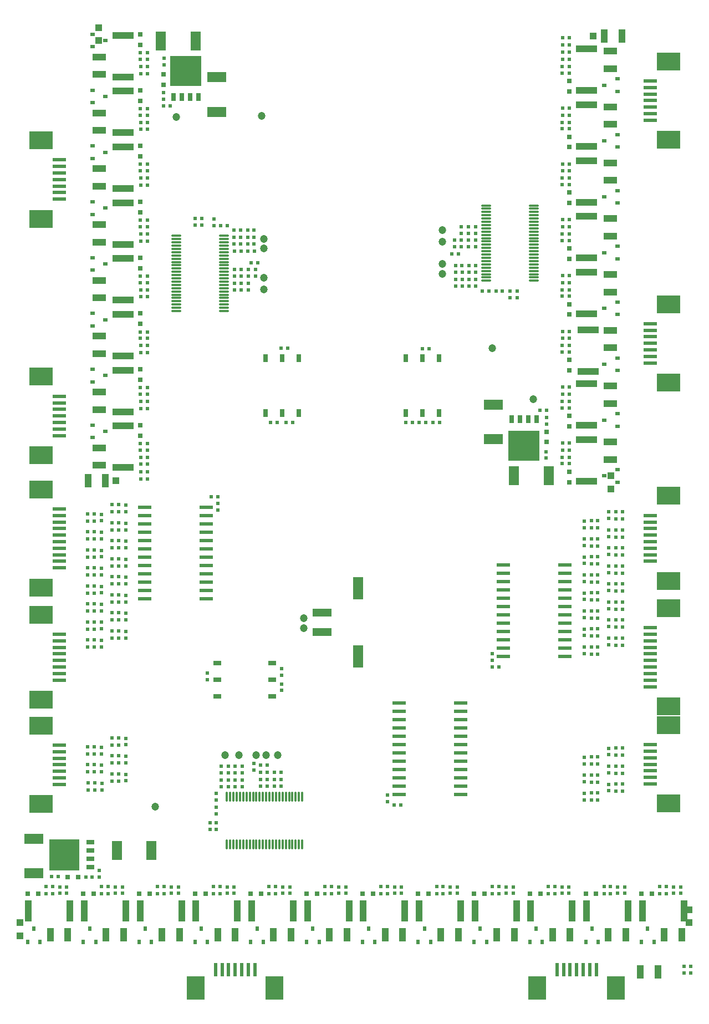
<source format=gtp>
G04*
G04 #@! TF.GenerationSoftware,Altium Limited,Altium Designer,22.0.2 (36)*
G04*
G04 Layer_Color=8421504*
%FSLAX25Y25*%
%MOIN*%
G70*
G04*
G04 #@! TF.SameCoordinates,0AB75E79-5423-4657-AEB5-33C9AD2D53C2*
G04*
G04*
G04 #@! TF.FilePolarity,Positive*
G04*
G01*
G75*
%ADD16R,0.04016X0.12520*%
%ADD17R,0.04488X0.07992*%
%ADD18R,0.07874X0.02402*%
%ADD19R,0.14173X0.10551*%
%ADD20R,0.03937X0.03937*%
%ADD21R,0.02992X0.05000*%
%ADD22C,0.04724*%
%ADD23O,0.06496X0.01181*%
%ADD24R,0.05000X0.02992*%
%ADD25R,0.11496X0.05000*%
%ADD26R,0.06496X0.13504*%
%ADD27R,0.02165X0.02165*%
%ADD28R,0.02165X0.02165*%
%ADD29R,0.03150X0.03150*%
%ADD30R,0.02362X0.02756*%
%ADD31R,0.07874X0.02362*%
%ADD32R,0.07992X0.04488*%
%ADD33O,0.01181X0.06496*%
%ADD34R,0.18110X0.18504*%
%ADD35R,0.04528X0.02756*%
%ADD36R,0.11811X0.05906*%
%ADD37R,0.05906X0.11811*%
%ADD38R,0.02402X0.07874*%
%ADD39R,0.10551X0.14173*%
%ADD40R,0.02756X0.02362*%
%ADD41R,0.03150X0.03150*%
%ADD42R,0.12520X0.04016*%
%ADD43R,0.02756X0.04528*%
%ADD44R,0.18504X0.18110*%
D16*
X68898Y64272D02*
D03*
X43898D02*
D03*
X35335Y64272D02*
D03*
X10335D02*
D03*
X77461D02*
D03*
X102461D02*
D03*
X236713D02*
D03*
X211713D02*
D03*
X203150D02*
D03*
X178150D02*
D03*
X169587D02*
D03*
X144587D02*
D03*
X370965D02*
D03*
X345965D02*
D03*
X303839D02*
D03*
X278839D02*
D03*
X337402D02*
D03*
X312402D02*
D03*
X379528D02*
D03*
X404528D02*
D03*
X270276D02*
D03*
X245276D02*
D03*
X136024D02*
D03*
X111024D02*
D03*
D17*
X67559Y49803D02*
D03*
X57047D02*
D03*
X33996D02*
D03*
X23484D02*
D03*
X356752Y590354D02*
D03*
X367264D02*
D03*
X56634Y322835D02*
D03*
X46122D02*
D03*
X90610Y49803D02*
D03*
X101122D02*
D03*
X124173D02*
D03*
X134685D02*
D03*
X157736D02*
D03*
X168248D02*
D03*
X191299D02*
D03*
X201811D02*
D03*
X224862D02*
D03*
X235374D02*
D03*
X258425D02*
D03*
X268937D02*
D03*
X291988D02*
D03*
X302500D02*
D03*
X325551D02*
D03*
X336063D02*
D03*
X359114D02*
D03*
X369626D02*
D03*
X392677D02*
D03*
X403189D02*
D03*
X388819Y27362D02*
D03*
X378307D02*
D03*
D18*
X384350Y290118D02*
D03*
Y286181D02*
D03*
Y294055D02*
D03*
Y282244D02*
D03*
Y278307D02*
D03*
Y274370D02*
D03*
Y297992D02*
D03*
Y301929D02*
D03*
X29035Y214764D02*
D03*
Y218701D02*
D03*
Y210827D02*
D03*
Y222638D02*
D03*
Y226575D02*
D03*
Y230512D02*
D03*
Y206890D02*
D03*
Y202953D02*
D03*
X384350Y214764D02*
D03*
Y210827D02*
D03*
Y218701D02*
D03*
Y206890D02*
D03*
Y202953D02*
D03*
Y199016D02*
D03*
Y222638D02*
D03*
Y226575D02*
D03*
Y230512D02*
D03*
Y234449D02*
D03*
X29035Y290118D02*
D03*
Y294055D02*
D03*
Y286181D02*
D03*
Y297992D02*
D03*
Y301929D02*
D03*
Y305866D02*
D03*
Y282244D02*
D03*
Y278307D02*
D03*
Y274370D02*
D03*
Y270433D02*
D03*
X29035Y140256D02*
D03*
Y163878D02*
D03*
Y159941D02*
D03*
Y156004D02*
D03*
Y144193D02*
D03*
Y152067D02*
D03*
Y148130D02*
D03*
X384350Y156260D02*
D03*
Y152323D02*
D03*
Y160197D02*
D03*
Y148386D02*
D03*
Y144449D02*
D03*
Y140512D02*
D03*
Y164134D02*
D03*
X29035Y357846D02*
D03*
Y361783D02*
D03*
Y353909D02*
D03*
Y365720D02*
D03*
Y369657D02*
D03*
Y373594D02*
D03*
Y349972D02*
D03*
X384350Y563216D02*
D03*
Y539594D02*
D03*
Y543532D02*
D03*
Y547469D02*
D03*
Y559279D02*
D03*
Y551405D02*
D03*
Y555342D02*
D03*
Y417252D02*
D03*
Y393630D02*
D03*
Y397567D02*
D03*
Y401504D02*
D03*
Y413315D02*
D03*
Y405441D02*
D03*
Y409378D02*
D03*
X29035Y492126D02*
D03*
Y515748D02*
D03*
Y511811D02*
D03*
Y507874D02*
D03*
Y496063D02*
D03*
Y503937D02*
D03*
Y500000D02*
D03*
D19*
X395374Y313701D02*
D03*
Y262598D02*
D03*
X18012Y191181D02*
D03*
Y242283D02*
D03*
X395374Y246220D02*
D03*
Y187244D02*
D03*
X18012Y258661D02*
D03*
Y317638D02*
D03*
Y175650D02*
D03*
X18012Y128484D02*
D03*
X395374Y175906D02*
D03*
Y128740D02*
D03*
X18012Y338201D02*
D03*
Y385366D02*
D03*
X395374Y527823D02*
D03*
Y574988D02*
D03*
Y381858D02*
D03*
Y429024D02*
D03*
X18012Y527520D02*
D03*
Y480354D02*
D03*
D20*
X350000Y582382D02*
D03*
Y590256D02*
D03*
X5413Y49311D02*
D03*
Y57185D02*
D03*
X407480Y64961D02*
D03*
Y57087D02*
D03*
X360677Y317886D02*
D03*
Y325760D02*
D03*
X52709Y595303D02*
D03*
Y587429D02*
D03*
X62992Y330709D02*
D03*
Y322835D02*
D03*
D21*
X152795Y363563D02*
D03*
X162795D02*
D03*
X172795Y363563D02*
D03*
X152795Y396555D02*
D03*
X162795D02*
D03*
X172795D02*
D03*
X257402Y396555D02*
D03*
X247402D02*
D03*
X237402D02*
D03*
X257402Y363563D02*
D03*
X247402D02*
D03*
X237402D02*
D03*
D22*
X86614Y126969D02*
D03*
X289370Y402559D02*
D03*
X150591Y542323D02*
D03*
X152067Y437845D02*
D03*
X160248Y157776D02*
D03*
X153211D02*
D03*
X147343D02*
D03*
X175787Y240158D02*
D03*
Y234252D02*
D03*
X128740Y157776D02*
D03*
X136811D02*
D03*
X259299Y447047D02*
D03*
Y453346D02*
D03*
Y473594D02*
D03*
X314024Y371823D02*
D03*
X259299Y466555D02*
D03*
X152067Y462500D02*
D03*
X99362Y541366D02*
D03*
X152067Y468307D02*
D03*
Y444882D02*
D03*
D23*
X99264Y470106D02*
D03*
Y468138D02*
D03*
Y466169D02*
D03*
Y464201D02*
D03*
Y462232D02*
D03*
Y460264D02*
D03*
Y458295D02*
D03*
Y456327D02*
D03*
Y454358D02*
D03*
Y452390D02*
D03*
Y450421D02*
D03*
Y448453D02*
D03*
Y446484D02*
D03*
Y444516D02*
D03*
Y442547D02*
D03*
Y440579D02*
D03*
Y438610D02*
D03*
Y436642D02*
D03*
Y434673D02*
D03*
Y432705D02*
D03*
Y430736D02*
D03*
Y428768D02*
D03*
Y426799D02*
D03*
Y424831D02*
D03*
X127807Y470106D02*
D03*
Y468138D02*
D03*
Y466169D02*
D03*
Y464201D02*
D03*
Y462232D02*
D03*
Y460264D02*
D03*
Y458295D02*
D03*
Y456327D02*
D03*
Y454358D02*
D03*
Y452390D02*
D03*
Y450421D02*
D03*
Y448453D02*
D03*
Y446484D02*
D03*
Y444516D02*
D03*
Y442547D02*
D03*
Y440579D02*
D03*
Y438610D02*
D03*
Y436642D02*
D03*
Y434673D02*
D03*
Y432705D02*
D03*
Y430736D02*
D03*
Y428768D02*
D03*
Y426799D02*
D03*
Y424831D02*
D03*
X285579Y488358D02*
D03*
Y486390D02*
D03*
Y484421D02*
D03*
Y482453D02*
D03*
Y480484D02*
D03*
Y478516D02*
D03*
Y476547D02*
D03*
Y474579D02*
D03*
Y472610D02*
D03*
Y470642D02*
D03*
Y468673D02*
D03*
Y466705D02*
D03*
Y464736D02*
D03*
Y462768D02*
D03*
Y460799D02*
D03*
Y458831D02*
D03*
Y456862D02*
D03*
Y454894D02*
D03*
Y452925D02*
D03*
Y450957D02*
D03*
Y448988D02*
D03*
Y447020D02*
D03*
Y445051D02*
D03*
Y443083D02*
D03*
X314122Y488358D02*
D03*
Y486390D02*
D03*
Y484421D02*
D03*
Y482453D02*
D03*
Y480484D02*
D03*
Y478516D02*
D03*
Y476547D02*
D03*
Y474579D02*
D03*
Y472610D02*
D03*
Y470642D02*
D03*
Y468673D02*
D03*
Y466705D02*
D03*
Y464736D02*
D03*
Y462768D02*
D03*
Y460799D02*
D03*
Y458831D02*
D03*
Y456862D02*
D03*
Y454894D02*
D03*
Y452925D02*
D03*
Y450957D02*
D03*
Y448988D02*
D03*
Y447020D02*
D03*
Y445051D02*
D03*
Y443083D02*
D03*
D24*
X123799Y213347D02*
D03*
X156791Y193347D02*
D03*
Y203346D02*
D03*
X156791Y213347D02*
D03*
X123799Y193347D02*
D03*
Y203346D02*
D03*
D25*
X187087Y231693D02*
D03*
Y243504D02*
D03*
D26*
X208661Y258090D02*
D03*
Y217106D02*
D03*
D27*
X245433Y357874D02*
D03*
X249370D02*
D03*
X119488Y113189D02*
D03*
X123425D02*
D03*
X257480Y357874D02*
D03*
X253543D02*
D03*
X169390Y357776D02*
D03*
X165453D02*
D03*
X162402Y402461D02*
D03*
X166339D02*
D03*
X28161Y84795D02*
D03*
X24224D02*
D03*
X48732Y84475D02*
D03*
X44795D02*
D03*
X20866Y74508D02*
D03*
X24803D02*
D03*
X20866Y78839D02*
D03*
X24803D02*
D03*
X50197Y136909D02*
D03*
X46260D02*
D03*
X234350Y127953D02*
D03*
X230413D02*
D03*
X367520Y162106D02*
D03*
X363583D02*
D03*
X363583Y157776D02*
D03*
X367520D02*
D03*
X352756Y135039D02*
D03*
X348819Y135039D02*
D03*
X367520Y151280D02*
D03*
X363583D02*
D03*
X363583Y146949D02*
D03*
X367520D02*
D03*
X363583Y136122D02*
D03*
X367520D02*
D03*
X367520Y140453D02*
D03*
X363583D02*
D03*
X352756Y145866D02*
D03*
X348819D02*
D03*
X348819Y141535D02*
D03*
X352756D02*
D03*
X348819Y152362D02*
D03*
X352756D02*
D03*
X352756Y156693D02*
D03*
X348819D02*
D03*
X348819Y130709D02*
D03*
X352756D02*
D03*
X50197Y141240D02*
D03*
X46260D02*
D03*
X45866Y147736D02*
D03*
X49803D02*
D03*
X49803Y152067D02*
D03*
X45866D02*
D03*
X45866Y158563D02*
D03*
X49803D02*
D03*
X49803Y162894D02*
D03*
X45866D02*
D03*
X60630Y153150D02*
D03*
X64567D02*
D03*
X64567Y157480D02*
D03*
X60630D02*
D03*
X60630Y163976D02*
D03*
X64567D02*
D03*
X64567Y168307D02*
D03*
X60630D02*
D03*
X64567Y146653D02*
D03*
X60630D02*
D03*
X60630Y142323D02*
D03*
X64567D02*
D03*
X64567Y265059D02*
D03*
X60630D02*
D03*
X60630Y249902D02*
D03*
X64567D02*
D03*
X45866Y259646D02*
D03*
X49803D02*
D03*
X49803Y222835D02*
D03*
X45866D02*
D03*
X45866Y227165D02*
D03*
X49803D02*
D03*
X45866Y237992D02*
D03*
X49803D02*
D03*
X49803Y233661D02*
D03*
X45866D02*
D03*
X45866Y248819D02*
D03*
X49803D02*
D03*
X49803Y244488D02*
D03*
X45866D02*
D03*
X60630Y228248D02*
D03*
X64567D02*
D03*
X60630Y239075D02*
D03*
X64567D02*
D03*
X64567Y232579D02*
D03*
X60630D02*
D03*
X64567Y243406D02*
D03*
X60630D02*
D03*
X45866Y281299D02*
D03*
X49803D02*
D03*
X45866Y292126D02*
D03*
X49803D02*
D03*
X49803Y287795D02*
D03*
X45866D02*
D03*
X49803Y298622D02*
D03*
X45866D02*
D03*
X60630Y304035D02*
D03*
X64567D02*
D03*
X45866Y302953D02*
D03*
X49803D02*
D03*
X64567Y297539D02*
D03*
X60630D02*
D03*
X64567Y308366D02*
D03*
X60630D02*
D03*
X60630Y282382D02*
D03*
X64567D02*
D03*
X64567Y286713D02*
D03*
X60630D02*
D03*
X45866Y270473D02*
D03*
X49803D02*
D03*
X49803Y266142D02*
D03*
X45866D02*
D03*
X49803Y276969D02*
D03*
X45866D02*
D03*
X60630Y271555D02*
D03*
X64567D02*
D03*
X64567Y275886D02*
D03*
X60630D02*
D03*
X60630Y293209D02*
D03*
X64567D02*
D03*
X64567Y254232D02*
D03*
X60630D02*
D03*
X60630Y260728D02*
D03*
X64567D02*
D03*
X49803Y255315D02*
D03*
X45866D02*
D03*
X123425Y117323D02*
D03*
X119488D02*
D03*
X162216Y139098D02*
D03*
X158280D02*
D03*
X158280Y147563D02*
D03*
X162216D02*
D03*
X150110D02*
D03*
X154047D02*
D03*
X150110Y151795D02*
D03*
X154047D02*
D03*
X162216Y143331D02*
D03*
X158280D02*
D03*
X150110D02*
D03*
X154047D02*
D03*
X150110Y139098D02*
D03*
X154047D02*
D03*
X54429Y74508D02*
D03*
X58366D02*
D03*
X54429Y78740D02*
D03*
X58366D02*
D03*
X155118Y74508D02*
D03*
X159055D02*
D03*
X155118Y78839D02*
D03*
X159055D02*
D03*
X121555Y74508D02*
D03*
X125492D02*
D03*
X87992Y78839D02*
D03*
X91929D02*
D03*
X121555D02*
D03*
X125492D02*
D03*
X87992Y74508D02*
D03*
X91929D02*
D03*
X393996Y78839D02*
D03*
X390059D02*
D03*
X356496D02*
D03*
X360433D02*
D03*
X393996Y74508D02*
D03*
X390059D02*
D03*
X408563Y26870D02*
D03*
X404626D02*
D03*
Y31004D02*
D03*
X408563D02*
D03*
X255807Y74508D02*
D03*
X259744D02*
D03*
X255807Y78839D02*
D03*
X259744D02*
D03*
X222244D02*
D03*
X226181D02*
D03*
X222244Y74508D02*
D03*
X226181D02*
D03*
X188681Y78839D02*
D03*
X192618D02*
D03*
X188681Y74508D02*
D03*
X192618D02*
D03*
X289370Y78839D02*
D03*
X293307D02*
D03*
X322933D02*
D03*
X326870D02*
D03*
X322933Y74508D02*
D03*
X326870D02*
D03*
X356496D02*
D03*
X360433D02*
D03*
X289370D02*
D03*
X293307D02*
D03*
X124213Y313189D02*
D03*
X120276D02*
D03*
X289222Y210876D02*
D03*
X293160D02*
D03*
X348819Y218602D02*
D03*
X352756D02*
D03*
X352756Y222933D02*
D03*
X348819D02*
D03*
X363583Y224016D02*
D03*
X367520D02*
D03*
X367520Y228346D02*
D03*
X363583D02*
D03*
X348819Y229429D02*
D03*
X352756D02*
D03*
X352756Y233760D02*
D03*
X348819D02*
D03*
X363583Y234842D02*
D03*
X367520D02*
D03*
X367520Y239173D02*
D03*
X363583D02*
D03*
X348819Y240256D02*
D03*
X352756D02*
D03*
X352756Y244587D02*
D03*
X348819D02*
D03*
X363583Y245669D02*
D03*
X367520D02*
D03*
X367520Y250000D02*
D03*
X363583D02*
D03*
X348819Y251083D02*
D03*
X352756D02*
D03*
X352756Y255413D02*
D03*
X348819D02*
D03*
X363583Y256496D02*
D03*
X367520D02*
D03*
X367520Y260827D02*
D03*
X363583D02*
D03*
X348819Y261910D02*
D03*
X352756D02*
D03*
X352756Y266240D02*
D03*
X348819D02*
D03*
X363583Y267323D02*
D03*
X367520D02*
D03*
X367520Y271654D02*
D03*
X363583D02*
D03*
X348819Y272736D02*
D03*
X352756D02*
D03*
X352756Y277067D02*
D03*
X348819D02*
D03*
X363583Y278150D02*
D03*
X367520D02*
D03*
X367520Y282480D02*
D03*
X363583D02*
D03*
X348819Y283563D02*
D03*
X352756D02*
D03*
X352756Y287894D02*
D03*
X348819D02*
D03*
X363583Y288976D02*
D03*
X367520D02*
D03*
X367520Y293307D02*
D03*
X363583D02*
D03*
X348819Y294390D02*
D03*
X352756D02*
D03*
X352756Y298721D02*
D03*
X348819D02*
D03*
X363583Y299803D02*
D03*
X367520D02*
D03*
X367520Y304134D02*
D03*
X363583D02*
D03*
X295421Y436882D02*
D03*
X291484D02*
D03*
X251181Y402165D02*
D03*
X247244D02*
D03*
X331594Y441988D02*
D03*
X335531D02*
D03*
X331594Y446220D02*
D03*
X335531D02*
D03*
X331594Y408425D02*
D03*
X335531D02*
D03*
X331594Y379094D02*
D03*
X335531D02*
D03*
X331594Y412657D02*
D03*
X335531D02*
D03*
X287350Y436882D02*
D03*
X283413D02*
D03*
X331594Y475551D02*
D03*
X335531D02*
D03*
X331594Y479783D02*
D03*
X335531D02*
D03*
X271209Y443870D02*
D03*
X267272D02*
D03*
X275342D02*
D03*
X279279D02*
D03*
X275342Y439736D02*
D03*
X279279D02*
D03*
X267173Y452335D02*
D03*
X271110D02*
D03*
X275244D02*
D03*
X279181D02*
D03*
X271209Y439736D02*
D03*
X267272D02*
D03*
X269043Y459224D02*
D03*
X265106D02*
D03*
X275342Y448102D02*
D03*
X279279D02*
D03*
X271209D02*
D03*
X267272D02*
D03*
X331594Y345531D02*
D03*
X335531D02*
D03*
X331594Y341299D02*
D03*
X335531D02*
D03*
X321799Y365031D02*
D03*
X317862D02*
D03*
X331594Y374862D02*
D03*
X335531D02*
D03*
X237303Y357874D02*
D03*
X241240D02*
D03*
X331594Y584941D02*
D03*
X335531D02*
D03*
X331594Y576240D02*
D03*
X335531D02*
D03*
X331594Y580472D02*
D03*
X335531D02*
D03*
X331594Y509114D02*
D03*
X335531D02*
D03*
X331594Y513346D02*
D03*
X335531D02*
D03*
X331594Y546909D02*
D03*
X335531D02*
D03*
X331594Y542677D02*
D03*
X335531D02*
D03*
X331594Y589272D02*
D03*
X335531D02*
D03*
X95524Y548158D02*
D03*
X91587D02*
D03*
X144343Y453965D02*
D03*
X148280D02*
D03*
X146114Y473453D02*
D03*
X142177D02*
D03*
X129973Y476307D02*
D03*
X126035D02*
D03*
X146114Y469319D02*
D03*
X142177D02*
D03*
X146114Y465087D02*
D03*
X142177D02*
D03*
X134106Y473453D02*
D03*
X138043D02*
D03*
X134106Y469319D02*
D03*
X138043D02*
D03*
X134106Y465087D02*
D03*
X138043D02*
D03*
X134205Y460854D02*
D03*
X138142D02*
D03*
X142276D02*
D03*
X146213D02*
D03*
X77854Y328248D02*
D03*
X81791D02*
D03*
Y323917D02*
D03*
X77854D02*
D03*
X77854Y332717D02*
D03*
X81791D02*
D03*
X77854Y336949D02*
D03*
X81791D02*
D03*
X77854Y366280D02*
D03*
X81791D02*
D03*
X77854Y370512D02*
D03*
X81791D02*
D03*
X77854Y399843D02*
D03*
X81791D02*
D03*
X77854Y404075D02*
D03*
X81791D02*
D03*
X77854Y433406D02*
D03*
X81791D02*
D03*
X77854Y437638D02*
D03*
X81791D02*
D03*
X77854Y466968D02*
D03*
X81791D02*
D03*
X77854Y471201D02*
D03*
X81791D02*
D03*
X77854Y500531D02*
D03*
X81791D02*
D03*
X77854Y504764D02*
D03*
X81791D02*
D03*
X77854Y534094D02*
D03*
X81791D02*
D03*
X77854Y538327D02*
D03*
X81791D02*
D03*
X77854Y567658D02*
D03*
X81791D02*
D03*
X77854Y571890D02*
D03*
X81791D02*
D03*
X156102Y357776D02*
D03*
X160039D02*
D03*
D28*
X162697Y209941D02*
D03*
Y206004D02*
D03*
X52866Y84500D02*
D03*
Y88437D02*
D03*
X33366Y78642D02*
D03*
Y74705D02*
D03*
X29134Y78642D02*
D03*
Y74705D02*
D03*
X226181Y133858D02*
D03*
Y129921D02*
D03*
X359252Y158071D02*
D03*
Y162008D02*
D03*
Y136417D02*
D03*
Y140354D02*
D03*
Y147244D02*
D03*
Y151181D02*
D03*
X344488Y141831D02*
D03*
Y145768D02*
D03*
Y152657D02*
D03*
Y156595D02*
D03*
Y131004D02*
D03*
Y134941D02*
D03*
X54528Y140945D02*
D03*
Y137008D02*
D03*
X54134Y151772D02*
D03*
Y147835D02*
D03*
Y162599D02*
D03*
Y158661D02*
D03*
X68898Y157185D02*
D03*
Y153248D02*
D03*
Y168012D02*
D03*
Y164075D02*
D03*
Y146358D02*
D03*
Y142421D02*
D03*
Y264764D02*
D03*
Y260827D02*
D03*
X54134Y233760D02*
D03*
Y237697D02*
D03*
Y244587D02*
D03*
Y248524D02*
D03*
Y222933D02*
D03*
Y226870D02*
D03*
X68898Y243110D02*
D03*
Y239173D02*
D03*
Y253937D02*
D03*
Y250000D02*
D03*
Y232283D02*
D03*
Y228346D02*
D03*
X54134Y298721D02*
D03*
Y302658D02*
D03*
X124213Y309055D02*
D03*
Y305118D02*
D03*
X68898Y297244D02*
D03*
Y293307D02*
D03*
Y308071D02*
D03*
Y304134D02*
D03*
X54134Y266240D02*
D03*
Y270177D02*
D03*
Y277067D02*
D03*
Y281004D02*
D03*
Y287894D02*
D03*
Y291831D02*
D03*
X68898Y286417D02*
D03*
Y282480D02*
D03*
Y275591D02*
D03*
Y271654D02*
D03*
X54134Y255413D02*
D03*
Y259350D02*
D03*
X134756Y147169D02*
D03*
Y151106D02*
D03*
X126291Y147169D02*
D03*
Y151106D02*
D03*
X130524Y147169D02*
D03*
Y151106D02*
D03*
X123437Y122661D02*
D03*
Y126598D02*
D03*
X134756Y142937D02*
D03*
Y139000D02*
D03*
X162697Y196752D02*
D03*
Y200689D02*
D03*
X145878Y152779D02*
D03*
Y148843D02*
D03*
X130524Y142937D02*
D03*
Y139000D02*
D03*
X138988Y151106D02*
D03*
Y147169D02*
D03*
Y139000D02*
D03*
Y142937D02*
D03*
X123437Y130831D02*
D03*
Y134768D02*
D03*
X126291Y142937D02*
D03*
Y139000D02*
D03*
X118012Y207283D02*
D03*
Y203346D02*
D03*
X62697Y78642D02*
D03*
Y74705D02*
D03*
X96260Y78642D02*
D03*
Y74705D02*
D03*
X66929Y78642D02*
D03*
Y74705D02*
D03*
X134055Y78642D02*
D03*
Y74705D02*
D03*
X129823Y78642D02*
D03*
Y74705D02*
D03*
X100492Y78642D02*
D03*
Y74705D02*
D03*
X398327Y74705D02*
D03*
Y78642D02*
D03*
X402559Y74705D02*
D03*
Y78642D02*
D03*
X368996D02*
D03*
Y74705D02*
D03*
X364764Y78642D02*
D03*
Y74705D02*
D03*
X301870Y78642D02*
D03*
Y74705D02*
D03*
X268307Y78642D02*
D03*
Y74705D02*
D03*
X297638Y78642D02*
D03*
Y74705D02*
D03*
X163386Y78642D02*
D03*
Y74705D02*
D03*
X167618Y78642D02*
D03*
Y74705D02*
D03*
X264075Y78642D02*
D03*
Y74705D02*
D03*
X234744Y78642D02*
D03*
Y74705D02*
D03*
X230512Y78642D02*
D03*
Y74705D02*
D03*
X196949Y78642D02*
D03*
Y74705D02*
D03*
X201181Y78642D02*
D03*
Y74705D02*
D03*
X331201Y78642D02*
D03*
Y74705D02*
D03*
X335433Y78642D02*
D03*
Y74705D02*
D03*
X344488Y218898D02*
D03*
Y222835D02*
D03*
X359252Y224311D02*
D03*
Y228248D02*
D03*
X344488Y229724D02*
D03*
Y233661D02*
D03*
X359252Y235138D02*
D03*
Y239075D02*
D03*
X344488Y240551D02*
D03*
Y244488D02*
D03*
X359252Y245965D02*
D03*
Y249902D02*
D03*
X344488Y251378D02*
D03*
Y255315D02*
D03*
X359252Y256791D02*
D03*
Y260728D02*
D03*
X344488Y262205D02*
D03*
Y266142D02*
D03*
X359252Y267618D02*
D03*
Y271555D02*
D03*
X344488Y273031D02*
D03*
Y276969D02*
D03*
X359252Y278445D02*
D03*
Y282382D02*
D03*
X344488Y283858D02*
D03*
Y287795D02*
D03*
X359252Y289272D02*
D03*
Y293209D02*
D03*
X344488Y294685D02*
D03*
Y298622D02*
D03*
X359252Y300098D02*
D03*
Y304035D02*
D03*
X331398Y433720D02*
D03*
Y437657D02*
D03*
X335728Y433720D02*
D03*
Y437657D02*
D03*
X331398Y467283D02*
D03*
Y471220D02*
D03*
X335728Y467283D02*
D03*
Y471220D02*
D03*
X331398Y400157D02*
D03*
Y404095D02*
D03*
X335728Y400157D02*
D03*
Y404095D02*
D03*
X274949Y475563D02*
D03*
Y471626D02*
D03*
X279181Y475563D02*
D03*
Y471626D02*
D03*
X270717Y471626D02*
D03*
Y475563D02*
D03*
X274949Y463457D02*
D03*
Y467394D02*
D03*
X279181Y463457D02*
D03*
Y467394D02*
D03*
X270717D02*
D03*
Y463457D02*
D03*
X289222Y215010D02*
D03*
Y218947D02*
D03*
X335728Y333031D02*
D03*
Y336968D02*
D03*
X331398Y333031D02*
D03*
Y336968D02*
D03*
X335728Y366594D02*
D03*
Y370532D02*
D03*
X331398Y366594D02*
D03*
Y370532D02*
D03*
X321504Y340327D02*
D03*
Y336390D02*
D03*
X321823Y360898D02*
D03*
Y356961D02*
D03*
X266484Y467394D02*
D03*
Y463457D02*
D03*
X304134Y436713D02*
D03*
Y432776D02*
D03*
X299902Y436713D02*
D03*
Y432776D02*
D03*
X331398Y567972D02*
D03*
Y571909D02*
D03*
X335728Y567972D02*
D03*
Y571909D02*
D03*
X331398Y500846D02*
D03*
Y504783D02*
D03*
X335728Y500846D02*
D03*
Y504783D02*
D03*
X331398Y534409D02*
D03*
Y538346D02*
D03*
X335728Y534409D02*
D03*
Y538346D02*
D03*
X91561Y556228D02*
D03*
Y552291D02*
D03*
X91882Y576799D02*
D03*
Y572862D02*
D03*
X121850Y476279D02*
D03*
Y480217D02*
D03*
X142669Y437626D02*
D03*
Y441563D02*
D03*
Y449732D02*
D03*
Y445795D02*
D03*
X146902Y449732D02*
D03*
Y445795D02*
D03*
X138437Y441563D02*
D03*
Y437626D02*
D03*
X134205Y441563D02*
D03*
Y437626D02*
D03*
Y445795D02*
D03*
Y449732D02*
D03*
X138437Y445795D02*
D03*
Y449732D02*
D03*
X77658Y341280D02*
D03*
Y345217D02*
D03*
X81988Y341280D02*
D03*
Y345216D02*
D03*
X77658Y374843D02*
D03*
Y378780D02*
D03*
X81988Y374843D02*
D03*
Y378780D02*
D03*
X77658Y408405D02*
D03*
Y412343D02*
D03*
X81988Y408405D02*
D03*
Y412343D02*
D03*
X77658Y441968D02*
D03*
Y445906D02*
D03*
X81988Y441968D02*
D03*
Y445905D02*
D03*
X77658Y475531D02*
D03*
Y479468D02*
D03*
X81988Y475531D02*
D03*
Y479468D02*
D03*
X77658Y509094D02*
D03*
Y513031D02*
D03*
X81988Y509094D02*
D03*
Y513031D02*
D03*
X77658Y542658D02*
D03*
Y546594D02*
D03*
X81988Y542658D02*
D03*
Y546594D02*
D03*
X77658Y576221D02*
D03*
Y580158D02*
D03*
X81988Y576221D02*
D03*
Y580158D02*
D03*
X114764Y476476D02*
D03*
Y480413D02*
D03*
X110531Y476476D02*
D03*
X110531Y480413D02*
D03*
D29*
X40169Y84402D02*
D03*
X33870D02*
D03*
X16142Y74508D02*
D03*
X9843D02*
D03*
X379035Y74508D02*
D03*
X385335D02*
D03*
X217520D02*
D03*
X211220D02*
D03*
X318209D02*
D03*
X311910D02*
D03*
X284646D02*
D03*
X278346D02*
D03*
X351772D02*
D03*
X345472D02*
D03*
X251083D02*
D03*
X244783D02*
D03*
X150394D02*
D03*
X144095D02*
D03*
X83268D02*
D03*
X76968D02*
D03*
X116831D02*
D03*
X110531D02*
D03*
X183957D02*
D03*
X177657D02*
D03*
X49705Y74508D02*
D03*
X43406D02*
D03*
D30*
X13583Y53543D02*
D03*
X17323Y45669D02*
D03*
X9843D02*
D03*
X47146Y53543D02*
D03*
X50886Y45669D02*
D03*
X43406D02*
D03*
X110531Y45669D02*
D03*
X118012D02*
D03*
X114272Y53543D02*
D03*
X144094Y45669D02*
D03*
X151575D02*
D03*
X147835Y53543D02*
D03*
X76968Y45669D02*
D03*
X84449D02*
D03*
X80709Y53543D02*
D03*
X211220Y45669D02*
D03*
X218701D02*
D03*
X214961Y53543D02*
D03*
X311909Y45669D02*
D03*
X319390D02*
D03*
X315650Y53543D02*
D03*
X244783Y45669D02*
D03*
X252264D02*
D03*
X248524Y53543D02*
D03*
X382776D02*
D03*
X386516Y45669D02*
D03*
X379035D02*
D03*
X345472D02*
D03*
X352953D02*
D03*
X349213Y53543D02*
D03*
X177657Y45669D02*
D03*
X185138D02*
D03*
X181398Y53543D02*
D03*
X278346Y45669D02*
D03*
X285827D02*
D03*
X282087Y53543D02*
D03*
D31*
X233169Y189311D02*
D03*
X233169Y184311D02*
D03*
X233169Y179311D02*
D03*
Y174311D02*
D03*
Y169311D02*
D03*
X233169Y164311D02*
D03*
Y159311D02*
D03*
X233169Y154311D02*
D03*
X233169Y149311D02*
D03*
X233169Y144311D02*
D03*
X233169Y139311D02*
D03*
Y134311D02*
D03*
X270177Y189311D02*
D03*
Y184311D02*
D03*
Y179311D02*
D03*
Y174311D02*
D03*
X270177Y169311D02*
D03*
X270177Y164311D02*
D03*
Y159311D02*
D03*
Y154311D02*
D03*
Y149311D02*
D03*
Y144311D02*
D03*
Y139311D02*
D03*
Y134311D02*
D03*
X296112Y272136D02*
D03*
Y267136D02*
D03*
Y262136D02*
D03*
Y257136D02*
D03*
Y252136D02*
D03*
Y247136D02*
D03*
Y242136D02*
D03*
Y237136D02*
D03*
Y232136D02*
D03*
Y227136D02*
D03*
Y222136D02*
D03*
Y217136D02*
D03*
X333120Y272136D02*
D03*
Y267136D02*
D03*
Y262136D02*
D03*
Y257136D02*
D03*
Y252136D02*
D03*
Y247136D02*
D03*
Y242136D02*
D03*
Y237136D02*
D03*
Y232136D02*
D03*
Y227136D02*
D03*
Y222136D02*
D03*
Y217136D02*
D03*
X80315Y306929D02*
D03*
Y301929D02*
D03*
Y296929D02*
D03*
Y291929D02*
D03*
Y286929D02*
D03*
Y281929D02*
D03*
Y276929D02*
D03*
Y271929D02*
D03*
Y266929D02*
D03*
Y261929D02*
D03*
Y256929D02*
D03*
Y251929D02*
D03*
X117323Y306929D02*
D03*
Y301929D02*
D03*
Y296929D02*
D03*
Y291929D02*
D03*
Y286929D02*
D03*
Y281929D02*
D03*
Y276929D02*
D03*
Y271929D02*
D03*
Y266929D02*
D03*
Y261929D02*
D03*
Y256929D02*
D03*
Y251929D02*
D03*
D32*
X360433Y335650D02*
D03*
Y346161D02*
D03*
Y369213D02*
D03*
Y379724D02*
D03*
Y402776D02*
D03*
Y413287D02*
D03*
Y436339D02*
D03*
Y446850D02*
D03*
Y469902D02*
D03*
Y480413D02*
D03*
Y503465D02*
D03*
Y513976D02*
D03*
Y537028D02*
D03*
Y547539D02*
D03*
Y570590D02*
D03*
Y581102D02*
D03*
X52953Y577539D02*
D03*
Y567028D02*
D03*
Y543976D02*
D03*
Y533465D02*
D03*
Y510413D02*
D03*
Y499902D02*
D03*
Y476850D02*
D03*
Y466339D02*
D03*
Y443287D02*
D03*
Y432776D02*
D03*
Y409724D02*
D03*
Y399213D02*
D03*
Y376161D02*
D03*
Y365650D02*
D03*
Y342598D02*
D03*
Y332087D02*
D03*
D33*
X129736Y104157D02*
D03*
X131705D02*
D03*
X133673D02*
D03*
X135642D02*
D03*
X137610D02*
D03*
X139579D02*
D03*
X141547D02*
D03*
X143516D02*
D03*
X145484D02*
D03*
X147453D02*
D03*
X149421D02*
D03*
X151390D02*
D03*
X153358D02*
D03*
X155327D02*
D03*
X157295D02*
D03*
X159264D02*
D03*
X161232D02*
D03*
X163201D02*
D03*
X165169D02*
D03*
X167138D02*
D03*
X169106D02*
D03*
X171075D02*
D03*
X173043D02*
D03*
X175012D02*
D03*
X129736Y132701D02*
D03*
X131705D02*
D03*
X133673D02*
D03*
X135642D02*
D03*
X137610D02*
D03*
X139579D02*
D03*
X141547D02*
D03*
X143516D02*
D03*
X145484D02*
D03*
X147453D02*
D03*
X149421D02*
D03*
X151390D02*
D03*
X153358D02*
D03*
X155327D02*
D03*
X157295D02*
D03*
X159264D02*
D03*
X161232D02*
D03*
X163201D02*
D03*
X165169D02*
D03*
X167138D02*
D03*
X169106D02*
D03*
X171075D02*
D03*
X173043D02*
D03*
X175012D02*
D03*
D34*
X31803Y97984D02*
D03*
D35*
X47551Y105484D02*
D03*
X47551Y100484D02*
D03*
Y95484D02*
D03*
X47551Y90484D02*
D03*
D36*
X13484Y86713D02*
D03*
Y107579D02*
D03*
X289811Y368673D02*
D03*
Y347807D02*
D03*
X123575Y544516D02*
D03*
Y565382D02*
D03*
D37*
X84449Y100492D02*
D03*
X63583D02*
D03*
X323276Y325957D02*
D03*
X302410D02*
D03*
X110976Y587232D02*
D03*
X90110D02*
D03*
D38*
X343937Y28965D02*
D03*
X340000D02*
D03*
X347874D02*
D03*
X336063D02*
D03*
X332126D02*
D03*
X328189D02*
D03*
X351811D02*
D03*
X138622D02*
D03*
X134685D02*
D03*
X142559D02*
D03*
X130748D02*
D03*
X126811D02*
D03*
X122874D02*
D03*
X146496D02*
D03*
D39*
X363583Y17941D02*
D03*
X316417D02*
D03*
X158268D02*
D03*
X111102D02*
D03*
D40*
X364567Y456260D02*
D03*
Y463740D02*
D03*
X356693Y460000D02*
D03*
X364567Y422697D02*
D03*
Y430177D02*
D03*
X356693Y426437D02*
D03*
X364567Y389134D02*
D03*
Y396614D02*
D03*
X356693Y392874D02*
D03*
X364567Y489823D02*
D03*
Y497303D02*
D03*
X356693Y493563D02*
D03*
X364567Y355571D02*
D03*
Y363051D02*
D03*
X356693Y359311D02*
D03*
X364567Y322008D02*
D03*
Y329488D02*
D03*
X356693Y325748D02*
D03*
X364567Y523386D02*
D03*
Y530866D02*
D03*
X356693Y527126D02*
D03*
X364567Y556949D02*
D03*
Y564429D02*
D03*
X356693Y560689D02*
D03*
X56693Y587441D02*
D03*
X48819Y583701D02*
D03*
Y591181D02*
D03*
X56693Y352500D02*
D03*
X48819Y348760D02*
D03*
Y356240D02*
D03*
X56693Y386063D02*
D03*
X48819Y382323D02*
D03*
Y389803D02*
D03*
X56693Y419626D02*
D03*
X48819Y415886D02*
D03*
Y423366D02*
D03*
X56693Y453189D02*
D03*
X48819Y449449D02*
D03*
Y456929D02*
D03*
X56693Y486752D02*
D03*
X48819Y483012D02*
D03*
Y490492D02*
D03*
X56693Y520315D02*
D03*
X48819Y516575D02*
D03*
Y524055D02*
D03*
X56693Y553878D02*
D03*
X48819Y550138D02*
D03*
Y557618D02*
D03*
D41*
X335728Y428996D02*
D03*
Y422697D02*
D03*
Y462559D02*
D03*
Y456260D02*
D03*
Y496122D02*
D03*
Y489823D02*
D03*
Y328307D02*
D03*
Y322008D02*
D03*
Y361870D02*
D03*
Y355571D02*
D03*
Y395433D02*
D03*
Y389134D02*
D03*
X321898Y352335D02*
D03*
Y346035D02*
D03*
X335728Y563248D02*
D03*
Y556949D02*
D03*
Y529685D02*
D03*
Y523386D02*
D03*
X91488Y560854D02*
D03*
Y567154D02*
D03*
X77658Y356240D02*
D03*
Y349941D02*
D03*
Y389803D02*
D03*
Y383504D02*
D03*
Y423366D02*
D03*
Y417067D02*
D03*
Y456929D02*
D03*
Y450630D02*
D03*
Y490492D02*
D03*
Y484193D02*
D03*
Y524055D02*
D03*
Y517756D02*
D03*
Y557618D02*
D03*
Y551319D02*
D03*
Y591181D02*
D03*
Y584882D02*
D03*
D42*
X345965Y448189D02*
D03*
Y423189D02*
D03*
X346949Y413642D02*
D03*
Y388642D02*
D03*
X345965Y381063D02*
D03*
Y356063D02*
D03*
Y481752D02*
D03*
Y456752D02*
D03*
Y515315D02*
D03*
Y490315D02*
D03*
Y347500D02*
D03*
Y322500D02*
D03*
Y582441D02*
D03*
Y557441D02*
D03*
Y548878D02*
D03*
Y523878D02*
D03*
X67421Y355748D02*
D03*
Y330748D02*
D03*
Y389311D02*
D03*
Y364311D02*
D03*
Y422874D02*
D03*
Y397874D02*
D03*
Y456437D02*
D03*
Y431437D02*
D03*
Y490000D02*
D03*
Y465000D02*
D03*
Y523563D02*
D03*
Y498563D02*
D03*
Y557126D02*
D03*
Y532126D02*
D03*
Y590689D02*
D03*
Y565689D02*
D03*
D43*
X315815Y359717D02*
D03*
X310815D02*
D03*
X305815D02*
D03*
X300815D02*
D03*
X97571Y553473D02*
D03*
X102571D02*
D03*
X107571D02*
D03*
X112571D02*
D03*
D44*
X308315Y343969D02*
D03*
X105071Y569220D02*
D03*
M02*

</source>
